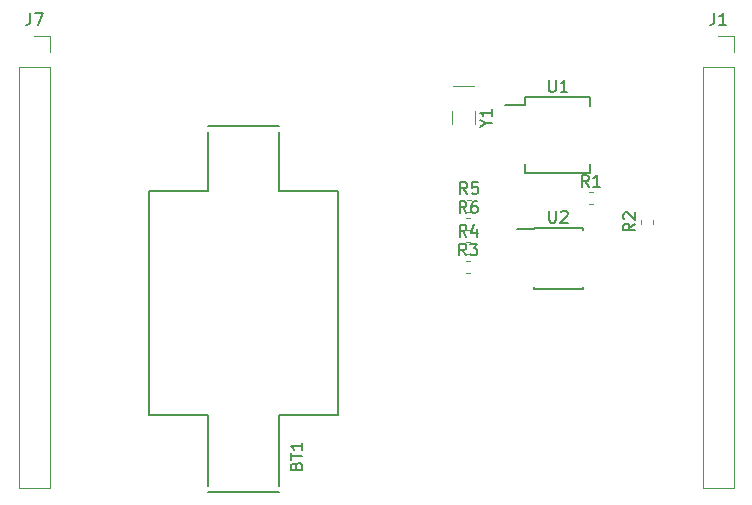
<source format=gbr>
G04 #@! TF.GenerationSoftware,KiCad,Pcbnew,(5.0.0-3-g5ebb6b6)*
G04 #@! TF.CreationDate,2019-05-19T23:31:11+02:00*
G04 #@! TF.ProjectId,RTC Board,52544320426F6172642E6B696361645F,rev?*
G04 #@! TF.SameCoordinates,Original*
G04 #@! TF.FileFunction,Legend,Top*
G04 #@! TF.FilePolarity,Positive*
%FSLAX46Y46*%
G04 Gerber Fmt 4.6, Leading zero omitted, Abs format (unit mm)*
G04 Created by KiCad (PCBNEW (5.0.0-3-g5ebb6b6)) date Sunday, 19 May 2019 at 23:31:11*
%MOMM*%
%LPD*%
G01*
G04 APERTURE LIST*
%ADD10C,0.120000*%
%ADD11C,0.150000*%
G04 APERTURE END LIST*
D10*
G04 #@! TO.C,J1*
X148082000Y-65980000D02*
X149412000Y-65980000D01*
X149412000Y-65980000D02*
X149412000Y-67310000D01*
X149412000Y-68580000D02*
X149412000Y-104200000D01*
X146752000Y-104200000D02*
X149412000Y-104200000D01*
X146752000Y-68580000D02*
X146752000Y-104200000D01*
X146752000Y-68580000D02*
X149412000Y-68580000D01*
G04 #@! TO.C,J7*
X88840000Y-68580000D02*
X91500000Y-68580000D01*
X88840000Y-68580000D02*
X88840000Y-104200000D01*
X88840000Y-104200000D02*
X91500000Y-104200000D01*
X91500000Y-68580000D02*
X91500000Y-104200000D01*
X91500000Y-65980000D02*
X91500000Y-67310000D01*
X90170000Y-65980000D02*
X91500000Y-65980000D01*
G04 #@! TO.C,R1*
X137103733Y-79190000D02*
X137446267Y-79190000D01*
X137103733Y-80210000D02*
X137446267Y-80210000D01*
G04 #@! TO.C,R2*
X142521400Y-81843667D02*
X142521400Y-81501133D01*
X141501400Y-81843667D02*
X141501400Y-81501133D01*
D11*
G04 #@! TO.C,U1*
X131743000Y-71140800D02*
X131743000Y-71795800D01*
X137243000Y-71140800D02*
X137243000Y-71890800D01*
X137243000Y-77550800D02*
X137243000Y-76800800D01*
X131743000Y-77550800D02*
X131743000Y-76800800D01*
X131743000Y-71140800D02*
X137243000Y-71140800D01*
X131743000Y-77550800D02*
X137243000Y-77550800D01*
X131743000Y-71795800D02*
X129993000Y-71795800D01*
G04 #@! TO.C,U2*
X132451000Y-82210200D02*
X132451000Y-82260200D01*
X136601000Y-82210200D02*
X136601000Y-82355200D01*
X136601000Y-87360200D02*
X136601000Y-87215200D01*
X132451000Y-87360200D02*
X132451000Y-87215200D01*
X132451000Y-82210200D02*
X136601000Y-82210200D01*
X132451000Y-87360200D02*
X136601000Y-87360200D01*
X132451000Y-82260200D02*
X131051000Y-82260200D01*
D10*
G04 #@! TO.C,Y1*
X127450000Y-72325000D02*
X127450000Y-73425000D01*
X125550000Y-72325000D02*
X125550000Y-73425000D01*
X127400000Y-70175000D02*
X125600000Y-70175000D01*
D11*
G04 #@! TO.C,BT1*
X104910000Y-103060000D02*
X104910000Y-98060000D01*
X104910000Y-98060000D02*
X101910000Y-98060000D01*
X99910000Y-98060000D02*
X99910000Y-79060000D01*
X101910000Y-79060000D02*
X104910000Y-79060000D01*
X104910000Y-79060000D02*
X104910000Y-74060000D01*
X104910000Y-73560000D02*
X110910000Y-73560000D01*
X110910000Y-74060000D02*
X110910000Y-79060000D01*
X110910000Y-79060000D02*
X113910000Y-79060000D01*
X115910000Y-79060000D02*
X115910000Y-98060000D01*
X113910000Y-98060000D02*
X110910000Y-98060000D01*
X110910000Y-98060000D02*
X110910000Y-104060000D01*
X110910000Y-104560000D02*
X104910000Y-104560000D01*
X104910000Y-104060000D02*
X104910000Y-103060000D01*
X101910000Y-98060000D02*
X99910000Y-98060000D01*
X101910000Y-79060000D02*
X99910000Y-79060000D01*
X115910000Y-79060000D02*
X113910000Y-79060000D01*
X115910000Y-98060000D02*
X113910000Y-98060000D01*
D10*
G04 #@! TO.C,R3*
X126728733Y-86010000D02*
X127071267Y-86010000D01*
X126728733Y-84990000D02*
X127071267Y-84990000D01*
G04 #@! TO.C,R4*
X126753733Y-83390000D02*
X127096267Y-83390000D01*
X126753733Y-84410000D02*
X127096267Y-84410000D01*
G04 #@! TO.C,R5*
X126803733Y-80810000D02*
X127146267Y-80810000D01*
X126803733Y-79790000D02*
X127146267Y-79790000D01*
G04 #@! TO.C,R6*
X126753733Y-81390000D02*
X127096267Y-81390000D01*
X126753733Y-82410000D02*
X127096267Y-82410000D01*
G04 #@! TO.C,J1*
D11*
X147748666Y-63992380D02*
X147748666Y-64706666D01*
X147701047Y-64849523D01*
X147605809Y-64944761D01*
X147462952Y-64992380D01*
X147367714Y-64992380D01*
X148748666Y-64992380D02*
X148177238Y-64992380D01*
X148462952Y-64992380D02*
X148462952Y-63992380D01*
X148367714Y-64135238D01*
X148272476Y-64230476D01*
X148177238Y-64278095D01*
G04 #@! TO.C,J7*
X89836666Y-63992380D02*
X89836666Y-64706666D01*
X89789047Y-64849523D01*
X89693809Y-64944761D01*
X89550952Y-64992380D01*
X89455714Y-64992380D01*
X90217619Y-63992380D02*
X90884285Y-63992380D01*
X90455714Y-64992380D01*
G04 #@! TO.C,R1*
X137108333Y-78722380D02*
X136775000Y-78246190D01*
X136536904Y-78722380D02*
X136536904Y-77722380D01*
X136917857Y-77722380D01*
X137013095Y-77770000D01*
X137060714Y-77817619D01*
X137108333Y-77912857D01*
X137108333Y-78055714D01*
X137060714Y-78150952D01*
X137013095Y-78198571D01*
X136917857Y-78246190D01*
X136536904Y-78246190D01*
X138060714Y-78722380D02*
X137489285Y-78722380D01*
X137775000Y-78722380D02*
X137775000Y-77722380D01*
X137679761Y-77865238D01*
X137584523Y-77960476D01*
X137489285Y-78008095D01*
G04 #@! TO.C,R2*
X141033780Y-81839066D02*
X140557590Y-82172400D01*
X141033780Y-82410495D02*
X140033780Y-82410495D01*
X140033780Y-82029542D01*
X140081400Y-81934304D01*
X140129019Y-81886685D01*
X140224257Y-81839066D01*
X140367114Y-81839066D01*
X140462352Y-81886685D01*
X140509971Y-81934304D01*
X140557590Y-82029542D01*
X140557590Y-82410495D01*
X140129019Y-81458114D02*
X140081400Y-81410495D01*
X140033780Y-81315257D01*
X140033780Y-81077161D01*
X140081400Y-80981923D01*
X140129019Y-80934304D01*
X140224257Y-80886685D01*
X140319495Y-80886685D01*
X140462352Y-80934304D01*
X141033780Y-81505733D01*
X141033780Y-80886685D01*
G04 #@! TO.C,U1*
X133731095Y-69668180D02*
X133731095Y-70477704D01*
X133778714Y-70572942D01*
X133826333Y-70620561D01*
X133921571Y-70668180D01*
X134112047Y-70668180D01*
X134207285Y-70620561D01*
X134254904Y-70572942D01*
X134302523Y-70477704D01*
X134302523Y-69668180D01*
X135302523Y-70668180D02*
X134731095Y-70668180D01*
X135016809Y-70668180D02*
X135016809Y-69668180D01*
X134921571Y-69811038D01*
X134826333Y-69906276D01*
X134731095Y-69953895D01*
G04 #@! TO.C,U2*
X133764095Y-80737580D02*
X133764095Y-81547104D01*
X133811714Y-81642342D01*
X133859333Y-81689961D01*
X133954571Y-81737580D01*
X134145047Y-81737580D01*
X134240285Y-81689961D01*
X134287904Y-81642342D01*
X134335523Y-81547104D01*
X134335523Y-80737580D01*
X134764095Y-80832819D02*
X134811714Y-80785200D01*
X134906952Y-80737580D01*
X135145047Y-80737580D01*
X135240285Y-80785200D01*
X135287904Y-80832819D01*
X135335523Y-80928057D01*
X135335523Y-81023295D01*
X135287904Y-81166152D01*
X134716476Y-81737580D01*
X135335523Y-81737580D01*
G04 #@! TO.C,Y1*
X128426190Y-73351190D02*
X128902380Y-73351190D01*
X127902380Y-73684523D02*
X128426190Y-73351190D01*
X127902380Y-73017857D01*
X128902380Y-72160714D02*
X128902380Y-72732142D01*
X128902380Y-72446428D02*
X127902380Y-72446428D01*
X128045238Y-72541666D01*
X128140476Y-72636904D01*
X128188095Y-72732142D01*
G04 #@! TO.C,BT1*
X112338571Y-102345714D02*
X112386190Y-102202857D01*
X112433809Y-102155238D01*
X112529047Y-102107619D01*
X112671904Y-102107619D01*
X112767142Y-102155238D01*
X112814761Y-102202857D01*
X112862380Y-102298095D01*
X112862380Y-102679047D01*
X111862380Y-102679047D01*
X111862380Y-102345714D01*
X111910000Y-102250476D01*
X111957619Y-102202857D01*
X112052857Y-102155238D01*
X112148095Y-102155238D01*
X112243333Y-102202857D01*
X112290952Y-102250476D01*
X112338571Y-102345714D01*
X112338571Y-102679047D01*
X111862380Y-101821904D02*
X111862380Y-101250476D01*
X112862380Y-101536190D02*
X111862380Y-101536190D01*
X112862380Y-100393333D02*
X112862380Y-100964761D01*
X112862380Y-100679047D02*
X111862380Y-100679047D01*
X112005238Y-100774285D01*
X112100476Y-100869523D01*
X112148095Y-100964761D01*
G04 #@! TO.C,R3*
X126733333Y-84522380D02*
X126400000Y-84046190D01*
X126161904Y-84522380D02*
X126161904Y-83522380D01*
X126542857Y-83522380D01*
X126638095Y-83570000D01*
X126685714Y-83617619D01*
X126733333Y-83712857D01*
X126733333Y-83855714D01*
X126685714Y-83950952D01*
X126638095Y-83998571D01*
X126542857Y-84046190D01*
X126161904Y-84046190D01*
X127066666Y-83522380D02*
X127685714Y-83522380D01*
X127352380Y-83903333D01*
X127495238Y-83903333D01*
X127590476Y-83950952D01*
X127638095Y-83998571D01*
X127685714Y-84093809D01*
X127685714Y-84331904D01*
X127638095Y-84427142D01*
X127590476Y-84474761D01*
X127495238Y-84522380D01*
X127209523Y-84522380D01*
X127114285Y-84474761D01*
X127066666Y-84427142D01*
G04 #@! TO.C,R4*
X126758333Y-82922380D02*
X126425000Y-82446190D01*
X126186904Y-82922380D02*
X126186904Y-81922380D01*
X126567857Y-81922380D01*
X126663095Y-81970000D01*
X126710714Y-82017619D01*
X126758333Y-82112857D01*
X126758333Y-82255714D01*
X126710714Y-82350952D01*
X126663095Y-82398571D01*
X126567857Y-82446190D01*
X126186904Y-82446190D01*
X127615476Y-82255714D02*
X127615476Y-82922380D01*
X127377380Y-81874761D02*
X127139285Y-82589047D01*
X127758333Y-82589047D01*
G04 #@! TO.C,R5*
X126808333Y-79322380D02*
X126475000Y-78846190D01*
X126236904Y-79322380D02*
X126236904Y-78322380D01*
X126617857Y-78322380D01*
X126713095Y-78370000D01*
X126760714Y-78417619D01*
X126808333Y-78512857D01*
X126808333Y-78655714D01*
X126760714Y-78750952D01*
X126713095Y-78798571D01*
X126617857Y-78846190D01*
X126236904Y-78846190D01*
X127713095Y-78322380D02*
X127236904Y-78322380D01*
X127189285Y-78798571D01*
X127236904Y-78750952D01*
X127332142Y-78703333D01*
X127570238Y-78703333D01*
X127665476Y-78750952D01*
X127713095Y-78798571D01*
X127760714Y-78893809D01*
X127760714Y-79131904D01*
X127713095Y-79227142D01*
X127665476Y-79274761D01*
X127570238Y-79322380D01*
X127332142Y-79322380D01*
X127236904Y-79274761D01*
X127189285Y-79227142D01*
G04 #@! TO.C,R6*
X126758333Y-80922380D02*
X126425000Y-80446190D01*
X126186904Y-80922380D02*
X126186904Y-79922380D01*
X126567857Y-79922380D01*
X126663095Y-79970000D01*
X126710714Y-80017619D01*
X126758333Y-80112857D01*
X126758333Y-80255714D01*
X126710714Y-80350952D01*
X126663095Y-80398571D01*
X126567857Y-80446190D01*
X126186904Y-80446190D01*
X127615476Y-79922380D02*
X127425000Y-79922380D01*
X127329761Y-79970000D01*
X127282142Y-80017619D01*
X127186904Y-80160476D01*
X127139285Y-80350952D01*
X127139285Y-80731904D01*
X127186904Y-80827142D01*
X127234523Y-80874761D01*
X127329761Y-80922380D01*
X127520238Y-80922380D01*
X127615476Y-80874761D01*
X127663095Y-80827142D01*
X127710714Y-80731904D01*
X127710714Y-80493809D01*
X127663095Y-80398571D01*
X127615476Y-80350952D01*
X127520238Y-80303333D01*
X127329761Y-80303333D01*
X127234523Y-80350952D01*
X127186904Y-80398571D01*
X127139285Y-80493809D01*
G04 #@! TD*
M02*

</source>
